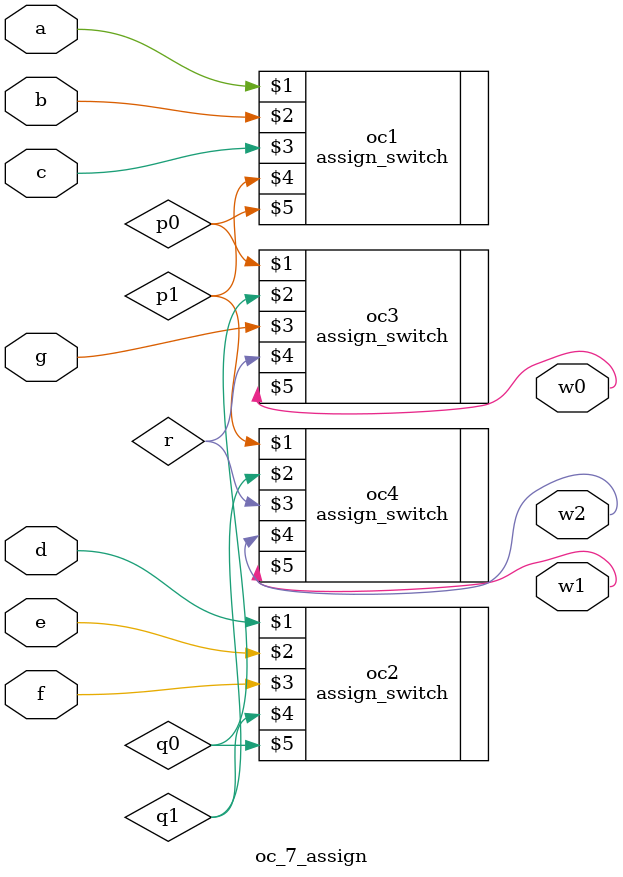
<source format=v>
`timescale 1ns/1ns
module oc_7_assign(input a, b, c, d, e, f, g, output w2, w1, w0);
	wire p1, p0, q1, q0, r;
	assign_switch oc1(a, b, c, p1, p0);
	assign_switch oc2(d, e, f, q1, q0);
	assign_switch oc3(p0, q0, g, r, w0);
	assign_switch oc4(p1, q1, r, w2, w1);
endmodule

</source>
